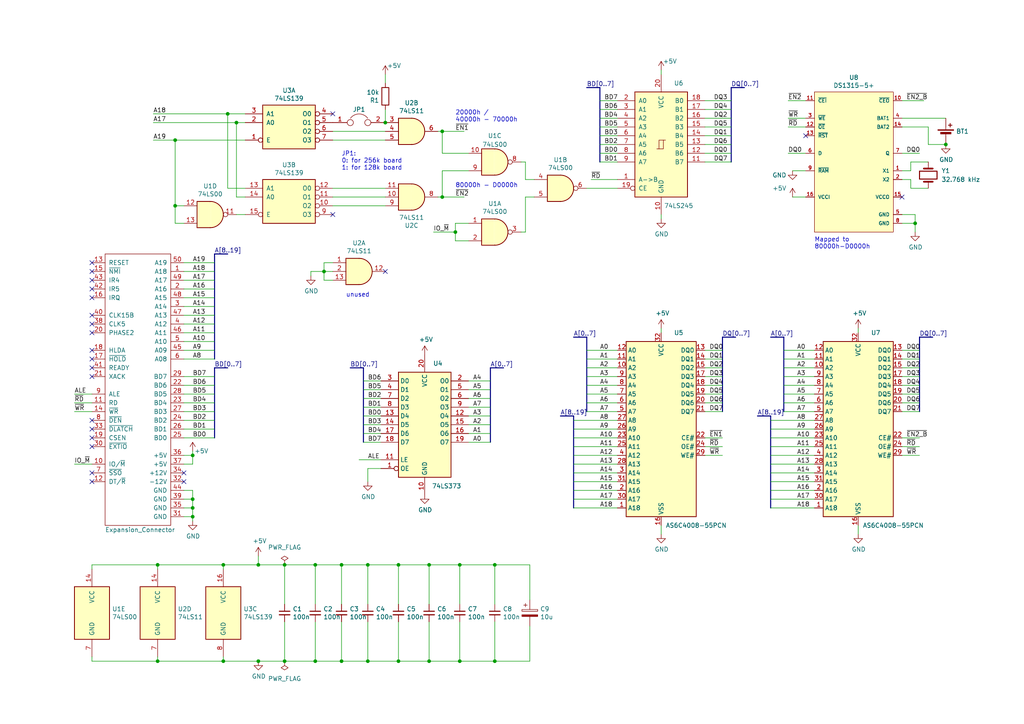
<source format=kicad_sch>
(kicad_sch (version 20230121) (generator eeschema)
  (paper "A4")
  (title_block (title "Victor 9000 RAM Expansion") (rev "v02") (comment 4 "by Florian Reitz"))
  (junction (at 55.88 147.32))
  (junction (at 68.58 35.56))
  (junction (at 143.51 163.83))
  (junction (at 265.43 64.77))
  (junction (at 111.76 35.56))
  (junction (at 45.72 191.77))
  (junction (at 55.88 144.78))
  (junction (at 64.77 163.83))
  (junction (at 143.51 191.77))
  (junction (at 82.55 191.77))
  (junction (at 91.44 163.83))
  (junction (at 55.88 149.86))
  (junction (at 106.68 163.83))
  (junction (at 124.46 163.83))
  (junction (at 133.35 191.77))
  (junction (at 50.8 59.69))
  (junction (at 132.08 67.31))
  (junction (at 91.44 191.77))
  (junction (at 128.27 38.1))
  (junction (at 64.77 191.77))
  (junction (at 66.04 33.02))
  (junction (at 45.72 163.83))
  (junction (at 82.55 163.83))
  (junction (at 128.27 57.15))
  (junction (at 50.8 40.64))
  (junction (at 55.88 132.08))
  (junction (at 106.68 191.77))
  (junction (at 115.57 191.77))
  (junction (at 74.93 191.77))
  (junction (at 124.46 191.77))
  (junction (at 93.98 78.74))
  (junction (at 74.93 163.83))
  (junction (at 115.57 163.83))
  (junction (at 99.06 163.83))
  (junction (at 133.35 163.83))
  (junction (at 274.32 41.91))
  (junction (at 99.06 191.77))
  (no_connect (at 26.67 93.98))
  (no_connect (at 96.52 62.23))
  (no_connect (at 26.67 124.46))
  (no_connect (at 26.67 129.54))
  (no_connect (at 233.68 39.37))
  (no_connect (at 26.67 78.74))
  (no_connect (at 26.67 83.82))
  (no_connect (at 26.67 106.68))
  (no_connect (at 26.67 76.2))
  (no_connect (at 26.67 104.14))
  (no_connect (at 26.67 139.7))
  (no_connect (at 26.67 127))
  (no_connect (at 26.67 121.92))
  (no_connect (at 26.67 101.6))
  (no_connect (at 111.76 78.74))
  (no_connect (at 26.67 137.16))
  (no_connect (at 261.62 57.15))
  (no_connect (at 26.67 96.52))
  (no_connect (at 96.52 33.02))
  (no_connect (at 26.67 86.36))
  (no_connect (at 53.34 139.7))
  (no_connect (at 53.34 137.16))
  (no_connect (at 26.67 91.44))
  (no_connect (at 26.67 109.22))
  (no_connect (at 26.67 81.28))
  (wire (pts (xy 53.34 127) (xy 62.23 127)))
  (wire (pts (xy 236.22 144.78) (xy 223.52 144.78)))
  (wire (pts (xy 110.49 133.35) (xy 104.14 133.35)))
  (wire (pts (xy 128.27 57.15) (xy 134.62 57.15)))
  (wire (pts (xy 179.07 41.91) (xy 173.99 41.91)))
  (wire (pts (xy 110.49 110.49) (xy 105.41 110.49)))
  (wire (pts (xy 135.89 118.11) (xy 142.24 118.11)))
  (wire (pts (xy 236.22 139.7) (xy 223.52 139.7)))
  (wire (pts (xy 233.68 34.29) (xy 228.6 34.29)))
  (wire (pts (xy 204.47 109.22) (xy 209.55 109.22)))
  (wire (pts (xy 53.34 91.44) (xy 62.23 91.44)))
  (wire (pts (xy 248.92 95.25) (xy 248.92 96.52)))
  (wire (pts (xy 261.62 114.3) (xy 266.7 114.3)))
  (wire (pts (xy 191.77 20.32) (xy 191.77 21.59)))
  (wire (pts (xy 236.22 129.54) (xy 223.52 129.54)))
  (wire (pts (xy 68.58 57.15) (xy 71.12 57.15)))
  (wire (pts (xy 261.62 34.29) (xy 274.32 34.29)))
  (wire (pts (xy 179.07 124.46) (xy 166.37 124.46)))
  (wire (pts (xy 179.07 132.08) (xy 166.37 132.08)))
  (wire (pts (xy 53.34 88.9) (xy 62.23 88.9)))
  (wire (pts (xy 264.16 54.61) (xy 269.24 54.61)))
  (wire (pts (xy 99.06 163.83) (xy 106.68 163.83)))
  (wire (pts (xy 115.57 191.77) (xy 124.46 191.77)))
  (wire (pts (xy 179.07 127) (xy 166.37 127)))
  (wire (pts (xy 26.67 163.83) (xy 45.72 163.83)))
  (wire (pts (xy 236.22 101.6) (xy 227.33 101.6)))
  (wire (pts (xy 233.68 44.45) (xy 228.6 44.45)))
  (wire (pts (xy 96.52 59.69) (xy 111.76 59.69)))
  (wire (pts (xy 204.47 44.45) (xy 212.09 44.45)))
  (wire (pts (xy 179.07 34.29) (xy 173.99 34.29)))
  (wire (pts (xy 127 38.1) (xy 128.27 38.1)))
  (wire (pts (xy 135.89 128.27) (xy 142.24 128.27)))
  (wire (pts (xy 236.22 147.32) (xy 223.52 147.32)))
  (wire (pts (xy 71.12 33.02) (xy 66.04 33.02)))
  (wire (pts (xy 64.77 165.1) (xy 64.77 163.83)))
  (wire (pts (xy 91.44 180.34) (xy 91.44 191.77)))
  (wire (pts (xy 261.62 109.22) (xy 266.7 109.22)))
  (wire (pts (xy 179.07 36.83) (xy 173.99 36.83)))
  (wire (pts (xy 236.22 119.38) (xy 227.33 119.38)))
  (wire (pts (xy 74.93 163.83) (xy 82.55 163.83)))
  (wire (pts (xy 204.47 36.83) (xy 212.09 36.83)))
  (wire (pts (xy 264.16 49.53) (xy 264.16 46.99)))
  (wire (pts (xy 179.07 39.37) (xy 173.99 39.37)))
  (wire (pts (xy 90.17 78.74) (xy 93.98 78.74)))
  (wire (pts (xy 110.49 135.89) (xy 106.68 135.89)))
  (wire (pts (xy 91.44 163.83) (xy 99.06 163.83)))
  (wire (pts (xy 261.62 62.23) (xy 265.43 62.23)))
  (wire (pts (xy 236.22 142.24) (xy 223.52 142.24)))
  (wire (pts (xy 53.34 99.06) (xy 62.23 99.06)))
  (wire (pts (xy 53.34 116.84) (xy 62.23 116.84)))
  (wire (pts (xy 53.34 78.74) (xy 62.23 78.74)))
  (wire (pts (xy 111.76 31.75) (xy 111.76 35.56)))
  (wire (pts (xy 179.07 31.75) (xy 173.99 31.75)))
  (wire (pts (xy 236.22 132.08) (xy 223.52 132.08)))
  (wire (pts (xy 269.24 41.91) (xy 274.32 41.91)))
  (wire (pts (xy 179.07 129.54) (xy 166.37 129.54)))
  (wire (pts (xy 26.67 165.1) (xy 26.67 163.83)))
  (wire (pts (xy 128.27 49.53) (xy 135.89 49.53)))
  (wire (pts (xy 204.47 29.21) (xy 212.09 29.21)))
  (wire (pts (xy 265.43 64.77) (xy 265.43 67.31)))
  (wire (pts (xy 179.07 142.24) (xy 166.37 142.24)))
  (wire (pts (xy 106.68 135.89) (xy 106.68 139.7)))
  (wire (pts (xy 179.07 139.7) (xy 166.37 139.7)))
  (wire (pts (xy 154.94 52.07) (xy 152.4 52.07)))
  (wire (pts (xy 45.72 165.1) (xy 45.72 163.83)))
  (bus (pts (xy 270.51 97.79) (xy 266.7 97.79)))
  (wire (pts (xy 154.94 57.15) (xy 152.4 57.15)))
  (wire (pts (xy 53.34 121.92) (xy 62.23 121.92)))
  (wire (pts (xy 96.52 54.61) (xy 111.76 54.61)))
  (wire (pts (xy 53.34 149.86) (xy 55.88 149.86)))
  (wire (pts (xy 110.49 120.65) (xy 105.41 120.65)))
  (wire (pts (xy 143.51 175.26) (xy 143.51 163.83)))
  (bus (pts (xy 266.7 97.79) (xy 266.7 119.38)))
  (wire (pts (xy 110.49 125.73) (xy 105.41 125.73)))
  (wire (pts (xy 135.89 115.57) (xy 142.24 115.57)))
  (wire (pts (xy 110.49 118.11) (xy 105.41 118.11)))
  (wire (pts (xy 152.4 67.31) (xy 151.13 67.31)))
  (bus (pts (xy 223.52 97.79) (xy 227.33 97.79)))
  (wire (pts (xy 50.8 40.64) (xy 50.8 59.69)))
  (wire (pts (xy 204.47 114.3) (xy 209.55 114.3)))
  (wire (pts (xy 74.93 191.77) (xy 82.55 191.77)))
  (wire (pts (xy 68.58 62.23) (xy 71.12 62.23)))
  (wire (pts (xy 115.57 163.83) (xy 124.46 163.83)))
  (wire (pts (xy 261.62 36.83) (xy 269.24 36.83)))
  (wire (pts (xy 96.52 76.2) (xy 93.98 76.2)))
  (wire (pts (xy 152.4 46.99) (xy 151.13 46.99)))
  (wire (pts (xy 261.62 129.54) (xy 266.7 129.54)))
  (bus (pts (xy 101.6 106.68) (xy 105.41 106.68)))
  (wire (pts (xy 261.62 106.68) (xy 266.7 106.68)))
  (wire (pts (xy 265.43 62.23) (xy 265.43 64.77)))
  (wire (pts (xy 204.47 34.29) (xy 212.09 34.29)))
  (wire (pts (xy 191.77 95.25) (xy 191.77 96.52)))
  (wire (pts (xy 204.47 106.68) (xy 209.55 106.68)))
  (wire (pts (xy 21.59 119.38) (xy 26.67 119.38)))
  (wire (pts (xy 128.27 38.1) (xy 134.62 38.1)))
  (wire (pts (xy 261.62 64.77) (xy 265.43 64.77)))
  (wire (pts (xy 99.06 175.26) (xy 99.06 163.83)))
  (wire (pts (xy 53.34 119.38) (xy 62.23 119.38)))
  (wire (pts (xy 44.45 35.56) (xy 68.58 35.56)))
  (wire (pts (xy 204.47 116.84) (xy 209.55 116.84)))
  (wire (pts (xy 170.18 54.61) (xy 179.07 54.61)))
  (wire (pts (xy 53.34 93.98) (xy 62.23 93.98)))
  (wire (pts (xy 55.88 147.32) (xy 55.88 149.86)))
  (wire (pts (xy 152.4 52.07) (xy 152.4 46.99)))
  (wire (pts (xy 236.22 137.16) (xy 223.52 137.16)))
  (wire (pts (xy 204.47 31.75) (xy 212.09 31.75)))
  (wire (pts (xy 135.89 125.73) (xy 142.24 125.73)))
  (wire (pts (xy 82.55 163.83) (xy 91.44 163.83)))
  (wire (pts (xy 133.35 163.83) (xy 133.35 175.26)))
  (wire (pts (xy 261.62 49.53) (xy 264.16 49.53)))
  (wire (pts (xy 45.72 190.5) (xy 45.72 191.77)))
  (wire (pts (xy 124.46 191.77) (xy 133.35 191.77)))
  (wire (pts (xy 55.88 132.08) (xy 55.88 130.81)))
  (wire (pts (xy 106.68 180.34) (xy 106.68 191.77)))
  (bus (pts (xy 213.36 97.79) (xy 209.55 97.79)))
  (wire (pts (xy 50.8 59.69) (xy 53.34 59.69)))
  (wire (pts (xy 53.34 142.24) (xy 55.88 142.24)))
  (wire (pts (xy 236.22 116.84) (xy 227.33 116.84)))
  (wire (pts (xy 68.58 35.56) (xy 68.58 57.15)))
  (wire (pts (xy 261.62 111.76) (xy 266.7 111.76)))
  (wire (pts (xy 179.07 137.16) (xy 166.37 137.16)))
  (wire (pts (xy 179.07 114.3) (xy 170.18 114.3)))
  (wire (pts (xy 53.34 124.46) (xy 62.23 124.46)))
  (wire (pts (xy 264.16 52.07) (xy 264.16 54.61)))
  (wire (pts (xy 261.62 101.6) (xy 266.7 101.6)))
  (bus (pts (xy 212.09 46.99) (xy 212.09 25.4)))
  (wire (pts (xy 261.62 132.08) (xy 266.7 132.08)))
  (bus (pts (xy 219.71 120.65) (xy 223.52 120.65)))
  (wire (pts (xy 99.06 191.77) (xy 106.68 191.77)))
  (wire (pts (xy 128.27 44.45) (xy 135.89 44.45)))
  (wire (pts (xy 90.17 78.74) (xy 90.17 80.01)))
  (wire (pts (xy 110.49 128.27) (xy 105.41 128.27)))
  (bus (pts (xy 173.99 25.4) (xy 173.99 46.99)))
  (wire (pts (xy 71.12 40.64) (xy 50.8 40.64)))
  (wire (pts (xy 143.51 163.83) (xy 133.35 163.83)))
  (wire (pts (xy 229.87 49.53) (xy 233.68 49.53)))
  (wire (pts (xy 204.47 46.99) (xy 212.09 46.99)))
  (wire (pts (xy 132.08 67.31) (xy 132.08 69.85)))
  (bus (pts (xy 105.41 106.68) (xy 105.41 128.27)))
  (bus (pts (xy 166.37 120.65) (xy 166.37 147.32)))
  (wire (pts (xy 55.88 134.62) (xy 55.88 132.08)))
  (wire (pts (xy 236.22 127) (xy 223.52 127)))
  (wire (pts (xy 21.59 116.84) (xy 26.67 116.84)))
  (wire (pts (xy 64.77 191.77) (xy 74.93 191.77)))
  (wire (pts (xy 179.07 101.6) (xy 170.18 101.6)))
  (wire (pts (xy 82.55 175.26) (xy 82.55 163.83)))
  (wire (pts (xy 204.47 119.38) (xy 209.55 119.38)))
  (wire (pts (xy 110.49 123.19) (xy 105.41 123.19)))
  (wire (pts (xy 64.77 190.5) (xy 64.77 191.77)))
  (wire (pts (xy 191.77 152.4) (xy 191.77 154.94)))
  (wire (pts (xy 179.07 44.45) (xy 173.99 44.45)))
  (wire (pts (xy 204.47 127) (xy 209.55 127)))
  (wire (pts (xy 135.89 123.19) (xy 142.24 123.19)))
  (bus (pts (xy 170.18 25.4) (xy 173.99 25.4)))
  (wire (pts (xy 236.22 124.46) (xy 223.52 124.46)))
  (wire (pts (xy 261.62 127) (xy 266.7 127)))
  (wire (pts (xy 96.52 81.28) (xy 93.98 81.28)))
  (wire (pts (xy 96.52 57.15) (xy 111.76 57.15)))
  (bus (pts (xy 162.56 120.65) (xy 166.37 120.65)))
  (wire (pts (xy 132.08 64.77) (xy 132.08 67.31)))
  (wire (pts (xy 53.34 81.28) (xy 62.23 81.28)))
  (wire (pts (xy 53.34 83.82) (xy 62.23 83.82)))
  (wire (pts (xy 82.55 180.34) (xy 82.55 191.77)))
  (wire (pts (xy 66.04 33.02) (xy 66.04 54.61)))
  (wire (pts (xy 179.07 121.92) (xy 166.37 121.92)))
  (wire (pts (xy 106.68 191.77) (xy 115.57 191.77)))
  (bus (pts (xy 146.05 106.68) (xy 142.24 106.68)))
  (wire (pts (xy 124.46 175.26) (xy 124.46 163.83)))
  (bus (pts (xy 170.18 97.79) (xy 170.18 119.38)))
  (wire (pts (xy 96.52 38.1) (xy 111.76 38.1)))
  (wire (pts (xy 204.47 104.14) (xy 209.55 104.14)))
  (bus (pts (xy 62.23 73.66) (xy 62.23 104.14)))
  (wire (pts (xy 179.07 46.99) (xy 173.99 46.99)))
  (wire (pts (xy 135.89 64.77) (xy 132.08 64.77)))
  (wire (pts (xy 91.44 191.77) (xy 99.06 191.77)))
  (wire (pts (xy 204.47 132.08) (xy 209.55 132.08)))
  (wire (pts (xy 53.34 96.52) (xy 62.23 96.52)))
  (wire (pts (xy 53.34 86.36) (xy 62.23 86.36)))
  (wire (pts (xy 53.34 144.78) (xy 55.88 144.78)))
  (wire (pts (xy 44.45 33.02) (xy 66.04 33.02)))
  (wire (pts (xy 93.98 81.28) (xy 93.98 78.74)))
  (bus (pts (xy 66.04 106.68) (xy 62.23 106.68)))
  (wire (pts (xy 143.51 180.34) (xy 143.51 191.77)))
  (wire (pts (xy 152.4 57.15) (xy 152.4 67.31)))
  (wire (pts (xy 179.07 119.38) (xy 170.18 119.38)))
  (wire (pts (xy 26.67 190.5) (xy 26.67 191.77)))
  (wire (pts (xy 53.34 76.2) (xy 62.23 76.2)))
  (bus (pts (xy 209.55 97.79) (xy 209.55 119.38)))
  (wire (pts (xy 44.45 40.64) (xy 50.8 40.64)))
  (wire (pts (xy 236.22 111.76) (xy 227.33 111.76)))
  (wire (pts (xy 96.52 40.64) (xy 111.76 40.64)))
  (wire (pts (xy 248.92 152.4) (xy 248.92 154.94)))
  (wire (pts (xy 74.93 161.29) (xy 74.93 163.83)))
  (wire (pts (xy 128.27 38.1) (xy 128.27 44.45)))
  (wire (pts (xy 133.35 191.77) (xy 133.35 180.34)))
  (wire (pts (xy 26.67 114.3) (xy 21.59 114.3)))
  (bus (pts (xy 142.24 106.68) (xy 142.24 128.27)))
  (wire (pts (xy 171.45 52.07) (xy 179.07 52.07)))
  (wire (pts (xy 111.76 21.59) (xy 111.76 24.13)))
  (wire (pts (xy 153.67 181.61) (xy 153.67 191.77)))
  (wire (pts (xy 236.22 121.92) (xy 223.52 121.92)))
  (wire (pts (xy 127 57.15) (xy 128.27 57.15)))
  (wire (pts (xy 66.04 54.61) (xy 71.12 54.61)))
  (wire (pts (xy 106.68 175.26) (xy 106.68 163.83)))
  (wire (pts (xy 236.22 114.3) (xy 227.33 114.3)))
  (wire (pts (xy 115.57 175.26) (xy 115.57 163.83)))
  (wire (pts (xy 135.89 110.49) (xy 142.24 110.49)))
  (wire (pts (xy 179.07 111.76) (xy 170.18 111.76)))
  (wire (pts (xy 236.22 104.14) (xy 227.33 104.14)))
  (wire (pts (xy 125.73 67.31) (xy 132.08 67.31)))
  (wire (pts (xy 124.46 180.34) (xy 124.46 191.77)))
  (wire (pts (xy 153.67 163.83) (xy 143.51 163.83)))
  (wire (pts (xy 261.62 29.21) (xy 267.97 29.21)))
  (bus (pts (xy 212.09 25.4) (xy 215.9 25.4)))
  (wire (pts (xy 204.47 39.37) (xy 212.09 39.37)))
  (wire (pts (xy 179.07 134.62) (xy 166.37 134.62)))
  (wire (pts (xy 236.22 106.68) (xy 227.33 106.68)))
  (wire (pts (xy 179.07 147.32) (xy 166.37 147.32)))
  (wire (pts (xy 204.47 41.91) (xy 212.09 41.91)))
  (wire (pts (xy 53.34 101.6) (xy 62.23 101.6)))
  (wire (pts (xy 204.47 111.76) (xy 209.55 111.76)))
  (wire (pts (xy 179.07 29.21) (xy 173.99 29.21)))
  (wire (pts (xy 55.88 144.78) (xy 55.88 147.32)))
  (wire (pts (xy 128.27 57.15) (xy 128.27 49.53)))
  (wire (pts (xy 229.87 57.15) (xy 233.68 57.15)))
  (wire (pts (xy 261.62 116.84) (xy 266.7 116.84)))
  (wire (pts (xy 99.06 180.34) (xy 99.06 191.77)))
  (wire (pts (xy 236.22 109.22) (xy 227.33 109.22)))
  (wire (pts (xy 106.68 163.83) (xy 115.57 163.83)))
  (wire (pts (xy 179.07 144.78) (xy 166.37 144.78)))
  (wire (pts (xy 261.62 52.07) (xy 264.16 52.07)))
  (bus (pts (xy 166.37 97.79) (xy 170.18 97.79)))
  (wire (pts (xy 179.07 116.84) (xy 170.18 116.84)))
  (wire (pts (xy 233.68 36.83) (xy 228.6 36.83)))
  (wire (pts (xy 26.67 134.62) (xy 21.59 134.62)))
  (wire (pts (xy 261.62 104.14) (xy 266.7 104.14)))
  (wire (pts (xy 261.62 119.38) (xy 266.7 119.38)))
  (wire (pts (xy 53.34 109.22) (xy 62.23 109.22)))
  (wire (pts (xy 179.07 104.14) (xy 170.18 104.14)))
  (wire (pts (xy 110.49 113.03) (xy 105.41 113.03)))
  (wire (pts (xy 53.34 111.76) (xy 62.23 111.76)))
  (wire (pts (xy 115.57 180.34) (xy 115.57 191.77)))
  (wire (pts (xy 204.47 101.6) (xy 209.55 101.6)))
  (wire (pts (xy 55.88 149.86) (xy 55.88 151.13)))
  (wire (pts (xy 133.35 191.77) (xy 143.51 191.77)))
  (wire (pts (xy 55.88 142.24) (xy 55.88 144.78)))
  (wire (pts (xy 93.98 76.2) (xy 93.98 78.74)))
  (bus (pts (xy 227.33 97.79) (xy 227.33 119.38)))
  (wire (pts (xy 135.89 120.65) (xy 142.24 120.65)))
  (wire (pts (xy 135.89 113.03) (xy 142.24 113.03)))
  (wire (pts (xy 26.67 191.77) (xy 45.72 191.77)))
  (wire (pts (xy 179.07 109.22) (xy 170.18 109.22)))
  (wire (pts (xy 132.08 69.85) (xy 135.89 69.85)))
  (wire (pts (xy 53.34 147.32) (xy 55.88 147.32)))
  (wire (pts (xy 53.34 132.08) (xy 55.88 132.08)))
  (wire (pts (xy 50.8 59.69) (xy 50.8 64.77)))
  (wire (pts (xy 93.98 78.74) (xy 96.52 78.74)))
  (wire (pts (xy 124.46 163.83) (xy 133.35 163.83)))
  (wire (pts (xy 53.34 114.3) (xy 62.23 114.3)))
  (wire (pts (xy 261.62 44.45) (xy 266.7 44.45)))
  (wire (pts (xy 236.22 134.62) (xy 223.52 134.62)))
  (bus (pts (xy 223.52 120.65) (xy 223.52 147.32)))
  (wire (pts (xy 269.24 36.83) (xy 269.24 41.91)))
  (wire (pts (xy 82.55 191.77) (xy 91.44 191.77)))
  (wire (pts (xy 45.72 163.83) (xy 64.77 163.83)))
  (wire (pts (xy 143.51 191.77) (xy 153.67 191.77)))
  (wire (pts (xy 45.72 191.77) (xy 64.77 191.77)))
  (wire (pts (xy 204.47 129.54) (xy 209.55 129.54)))
  (wire (pts (xy 53.34 104.14) (xy 62.23 104.14)))
  (wire (pts (xy 233.68 29.21) (xy 228.6 29.21)))
  (wire (pts (xy 153.67 173.99) (xy 153.67 163.83)))
  (wire (pts (xy 179.07 106.68) (xy 170.18 106.68)))
  (wire (pts (xy 91.44 175.26) (xy 91.44 163.83)))
  (wire (pts (xy 50.8 64.77) (xy 53.34 64.77)))
  (wire (pts (xy 53.34 134.62) (xy 55.88 134.62)))
  (bus (pts (xy 62.23 106.68) (xy 62.23 127)))
  (bus (pts (xy 66.04 73.66) (xy 62.23 73.66)))
  (wire (pts (xy 264.16 46.99) (xy 269.24 46.99)))
  (wire (pts (xy 71.12 35.56) (xy 68.58 35.56)))
  (wire (pts (xy 110.49 115.57) (xy 105.41 115.57)))
  (wire (pts (xy 64.77 163.83) (xy 74.93 163.83)))
  (wire (pts (xy 191.77 62.23) (xy 191.77 63.5)))
  (text "unused" (at 100.33 86.36 0) (effects (font (size 1.27 1.27)) (justify left bottom)))
  (text "80000h - D0000h" (at 132.08 54.61 0) (effects (font (size 1.27 1.27)) (justify left bottom)))
  (text "JP1:\n0: for 256k board\n1: for 128k board" (at 99.06 49.53 0) (effects (font (size 1.27 1.27)) (justify left bottom)))
  (text "20000h /\n40000h - 70000h" (at 132.08 35.56 0) (effects (font (size 1.27 1.27)) (justify left bottom)))
  (text "Mapped to \n80000h-D0000h" (at 236.22 72.39 0) (effects (font (size 1.27 1.27)) (justify left bottom)))
  (label "BD3" (at 55.88 119.38 0))
  (label "BD1" (at 175.26 46.99 0))
  (label "~{WR}" (at 262.89 132.08 0))
  (label "A3" (at 173.99 109.22 0))
  (label "DQ4" (at 262.89 111.76 0))
  (label "DQ4" (at 207.01 31.75 0))
  (label "BD1" (at 55.88 124.46 0))
  (label "A3" (at 231.14 109.22 0))
  (label "A4" (at 231.14 111.76 0))
  (label "A17" (at 231.14 144.78 0))
  (label "DQ3" (at 207.01 29.21 0))
  (label "~{WR}" (at 228.6 34.29 0))
  (label "A7" (at 231.14 119.38 0))
  (label "DQ7" (at 262.89 119.38 0))
  (label "BD4" (at 175.26 34.29 0))
  (label "A8" (at 231.14 121.92 0))
  (label "A4" (at 137.16 110.49 0))
  (label "A[0..7]" (at 223.52 97.79 0))
  (label "A7" (at 173.99 119.38 0))
  (label "BD[0..7]" (at 62.23 106.68 0))
  (label "A19" (at 55.88 76.2 0))
  (label "A[0..7]" (at 166.37 97.79 0))
  (label "DQ2" (at 262.89 106.68 0))
  (label "A5" (at 231.14 114.3 0))
  (label "A[8..19]" (at 219.71 120.65 0))
  (label "BD5" (at 175.26 36.83 0))
  (label "A17" (at 44.45 35.56 0))
  (label "A[0..7]" (at 142.24 106.68 0))
  (label "A1" (at 173.99 104.14 0))
  (label "BD2" (at 175.26 41.91 0))
  (label "A7" (at 137.16 118.11 0))
  (label "DQ1" (at 207.01 39.37 0))
  (label "DQ[0..7]" (at 209.55 97.79 0))
  (label "A6" (at 231.14 116.84 0))
  (label "BD[0..7]" (at 101.6 106.68 0))
  (label "A10" (at 231.14 127 0))
  (label "DQ[0..7]" (at 212.09 25.4 0))
  (label "DQ0" (at 207.01 44.45 0))
  (label "A9" (at 231.14 124.46 0))
  (label "A12" (at 55.88 93.98 0))
  (label "A6" (at 173.99 116.84 0))
  (label "BD[0..7]" (at 170.18 25.4 0))
  (label "BD3" (at 175.26 39.37 0))
  (label "BD5" (at 106.68 113.03 0))
  (label "DQ[0..7]" (at 266.7 97.79 0))
  (label "A2" (at 173.99 106.68 0))
  (label "A16" (at 55.88 83.82 0))
  (label "A5" (at 173.99 114.3 0))
  (label "A13" (at 231.14 134.62 0))
  (label "A14" (at 55.88 88.9 0))
  (label "A0" (at 173.99 101.6 0))
  (label "DQ3" (at 262.89 109.22 0))
  (label "A10" (at 173.99 127 0))
  (label "DQ7" (at 205.74 119.38 0))
  (label "BD4" (at 55.88 116.84 0))
  (label "DQ5" (at 262.89 114.3 0))
  (label "A8" (at 55.88 104.14 0))
  (label "A16" (at 173.99 142.24 0))
  (label "BD0" (at 55.88 127 0))
  (label "A3" (at 137.16 120.65 0))
  (label "A18" (at 55.88 78.74 0))
  (label "A8" (at 173.99 121.92 0))
  (label "A11" (at 231.14 129.54 0))
  (label "A17" (at 55.88 81.28 0))
  (label "A2" (at 231.14 106.68 0))
  (label "ALE" (at 106.68 133.35 0))
  (label "DQ0" (at 205.74 101.6 0))
  (label "BD6" (at 106.68 110.49 0))
  (label "A1" (at 231.14 104.14 0))
  (label "~{RD}" (at 262.89 129.54 0))
  (label "BD0" (at 106.68 120.65 0))
  (label "BD7" (at 175.26 29.21 0))
  (label "A15" (at 173.99 139.7 0))
  (label "DQ2" (at 207.01 34.29 0))
  (label "A[8..19]" (at 162.56 120.65 0))
  (label "A10" (at 55.88 99.06 0))
  (label "A15" (at 231.14 139.7 0))
  (label "A13" (at 173.99 134.62 0))
  (label "A9" (at 173.99 124.46 0))
  (label "~{EN1}" (at 205.74 127 0))
  (label "DQ1" (at 262.89 104.14 0))
  (label "~{WR}" (at 21.59 119.38 0))
  (label "BD6" (at 175.26 31.75 0))
  (label "A18" (at 231.14 147.32 0))
  (label "~{RD}" (at 21.59 116.84 0))
  (label "DQ6" (at 207.01 41.91 0))
  (label "A18" (at 173.99 147.32 0))
  (label "A14" (at 173.99 137.16 0))
  (label "BD7" (at 106.68 128.27 0))
  (label "DQ6" (at 205.74 116.84 0))
  (label "~{WR}" (at 205.74 132.08 0))
  (label "A11" (at 55.88 96.52 0))
  (label "DQ2" (at 205.74 106.68 0))
  (label "BD3" (at 106.68 123.19 0))
  (label "IO_~{M}" (at 125.73 67.31 0))
  (label "DQ4" (at 205.74 111.76 0))
  (label "A13" (at 55.88 91.44 0))
  (label "BD7" (at 55.88 109.22 0))
  (label "A14" (at 231.14 137.16 0))
  (label "A2" (at 137.16 123.19 0))
  (label "A17" (at 173.99 144.78 0))
  (label "~{EN2_B}" (at 262.89 127 0))
  (label "DQ5" (at 207.01 36.83 0))
  (label "A1" (at 137.16 125.73 0))
  (label "A5" (at 137.16 113.03 0))
  (label "~{EN1}" (at 132.08 38.1 0))
  (label "~{EN2}" (at 228.6 29.21 0))
  (label "DQ0" (at 262.89 101.6 0))
  (label "IO_~{M}" (at 21.59 134.62 0))
  (label "A4" (at 173.99 111.76 0))
  (label "A16" (at 231.14 142.24 0))
  (label "BD5" (at 55.88 114.3 0))
  (label "A15" (at 55.88 86.36 0))
  (label "A9" (at 55.88 101.6 0))
  (label "BD2" (at 106.68 115.57 0))
  (label "DQ7" (at 207.01 46.99 0))
  (label "A12" (at 231.14 132.08 0))
  (label "BD1" (at 106.68 118.11 0))
  (label "A19" (at 44.45 40.64 0))
  (label "A11" (at 173.99 129.54 0))
  (label "BD2" (at 55.88 121.92 0))
  (label "A18" (at 44.45 33.02 0))
  (label "BD4" (at 106.68 125.73 0))
  (label "ALE" (at 21.59 114.3 0))
  (label "~{RD}" (at 205.74 129.54 0))
  (label "A0" (at 231.14 101.6 0))
  (label "DQ0" (at 228.6 44.45 0))
  (label "DQ5" (at 205.74 114.3 0))
  (label "~{RD}" (at 228.6 36.83 0))
  (label "BD6" (at 55.88 111.76 0))
  (label "~{RD}" (at 171.45 52.07 0))
  (label "A0" (at 137.16 128.27 0))
  (label "DQ1" (at 205.74 104.14 0))
  (label "DQ3" (at 205.74 109.22 0))
  (label "DQ6" (at 262.89 116.84 0))
  (label "BD0" (at 175.26 44.45 0))
  (label "~{EN2_B}" (at 262.89 29.21 0))
  (label "~{EN2}" (at 132.08 57.15 0))
  (label "A[8..19]" (at 62.23 73.66 0))
  (label "A6" (at 137.16 115.57 0))
  (label "DQ0" (at 262.89 44.45 0))
  (label "A12" (at 173.99 132.08 0))
  (symbol (lib_id "74xx:74LS139") (at 83.82 35.56 0) (unit 1)
    (property "Reference" "U3" (at 83.82 26.2382 0))
    (property "Value" "74LS139" (at 83.82 28.5496 0))
    (property "Footprint" "Package_DIP:DIP-16_W7.62mm" (effects hide))
    (property "Datasheet" "http://www.ti.com/lit/ds/symlink/sn74ls139a.pdf" (effects hide))
  )
  (symbol (lib_id "74xx:74LS139") (at 83.82 57.15 0) (unit 2)
    (property "Reference" "U3" (at 83.82 47.8282 0))
    (property "Value" "74LS139" (at 83.82 50.1396 0))
    (property "Footprint" "Package_DIP:DIP-16_W7.62mm" (effects hide))
    (property "Datasheet" "http://www.ti.com/lit/ds/symlink/sn74ls139a.pdf" (effects hide))
  )
  (symbol (lib_id "74xx:74LS11") (at 119.38 38.1 0) (unit 2)
    (property "Reference" "U2" (at 119.38 29.845 0))
    (property "Value" "74LS11" (at 119.38 32.1564 0))
    (property "Footprint" "Package_DIP:DIP-14_W7.62mm" (effects hide))
    (property "Datasheet" "http://www.ti.com/lit/gpn/sn74LS11" (effects hide))
  )
  (symbol (lib_id "74xx:74LS11") (at 119.38 57.15 0) (mirror x) (unit 3)
    (property "Reference" "U2" (at 119.38 65.405 0))
    (property "Value" "74LS11" (at 119.38 63.0936 0))
    (property "Footprint" "Package_DIP:DIP-14_W7.62mm" (effects hide))
    (property "Datasheet" "http://www.ti.com/lit/gpn/sn74LS11" (effects hide))
  )
  (symbol (lib_id "74xx:74LS11") (at 104.14 78.74 0) (unit 1)
    (property "Reference" "U2" (at 104.14 70.485 0))
    (property "Value" "74LS11" (at 104.14 72.7964 0))
    (property "Footprint" "Package_DIP:DIP-14_W7.62mm" (effects hide))
    (property "Datasheet" "http://www.ti.com/lit/gpn/sn74LS11" (effects hide))
  )
  (symbol (lib_id "74xx:74LS00") (at 143.51 46.99 0) (mirror x) (unit 3)
    (property "Reference" "U1" (at 143.51 39.37 0))
    (property "Value" "74LS00" (at 143.51 41.91 0))
    (property "Footprint" "Package_DIP:DIP-14_W7.62mm" (effects hide))
    (property "Datasheet" "http://www.ti.com/lit/gpn/sn74ls00" (effects hide))
  )
  (symbol (lib_id "74xx:74LS00") (at 162.56 54.61 0) (unit 2)
    (property "Reference" "U1" (at 162.56 46.355 0))
    (property "Value" "74LS00" (at 162.56 48.6664 0))
    (property "Footprint" "Package_DIP:DIP-14_W7.62mm" (effects hide))
    (property "Datasheet" "http://www.ti.com/lit/gpn/sn74ls00" (effects hide))
  )
  (symbol (lib_id "74xx:74LS00") (at 143.51 67.31 0) (unit 1)
    (property "Reference" "U1" (at 143.51 59.055 0))
    (property "Value" "74LS00" (at 143.51 61.3664 0))
    (property "Footprint" "Package_DIP:DIP-14_W7.62mm" (effects hide))
    (property "Datasheet" "http://www.ti.com/lit/gpn/sn74ls00" (effects hide))
  )
  (symbol (lib_id "74xx:74LS00") (at 60.96 62.23 0) (unit 4)
    (property "Reference" "U1" (at 60.96 53.975 0))
    (property "Value" "74LS00" (at 60.96 56.2864 0))
    (property "Footprint" "Package_DIP:DIP-14_W7.62mm" (effects hide))
    (property "Datasheet" "http://www.ti.com/lit/gpn/sn74ls00" (effects hide))
  )
  (symbol (lib_id "74xx:74LS373") (at 123.19 123.19 0) (unit 1)
    (property "Reference" "U4" (at 127 105.41 0))
    (property "Value" "74LS373" (at 129.54 140.97 0))
    (property "Footprint" "Package_DIP:DIP-20_W7.62mm" (effects hide))
    (property "Datasheet" "http://www.ti.com/lit/gpn/sn74LS373" (effects hide))
  )
  (symbol (lib_id "74xx:74LS245") (at 191.77 41.91 0) (unit 1)
    (property "Reference" "U6" (at 196.85 24.13 0))
    (property "Value" "74LS245" (at 196.85 59.69 0))
    (property "Footprint" "Package_DIP:DIP-20_W7.62mm" (effects hide))
    (property "Datasheet" "http://www.ti.com/lit/gpn/sn74LS245" (effects hide))
  )
  (symbol (lib_id "Memory_RAM:AS6C4008-55PCN") (at 191.77 124.46 0) (unit 1)
    (property "Reference" "U5" (at 196.85 96.52 0))
    (property "Value" "AS6C4008-55PCN" (at 201.93 152.4 0))
    (property "Footprint" "Package_DIP:DIP-32_W15.24mm" (effects hide))
    (property "Datasheet" "https://www.alliancememory.com/wp-content/uploads/pdf/AS6C4008.pdf" (effects hide))
  )
  (symbol (lib_id "Device:R") (at 111.76 27.94 180) (unit 1)
    (property "Reference" "R1" (at 109.982 29.1084 0) (effects (justify left)))
    (property "Value" "10k" (at 109.982 26.797 0) (effects (justify left)))
    (property "Footprint" "Resistor_THT:R_Axial_DIN0207_L6.3mm_D2.5mm_P7.62mm_Horizontal" (effects hide))
  )
  (symbol (lib_id "Victor9000-RAM-Clock-rescue:Jumper-Device") (at 104.14 35.56 0) (unit 1)
    (property "Reference" "JP1" (at 104.14 31.75 0))
    (property "Value" "Jumper" (effects hide))
    (property "Footprint" "Connector_PinHeader_2.54mm:PinHeader_1x02_P2.54mm_Vertical" (effects hide))
  )
  (symbol (lib_id "power:+5V") (at 111.76 21.59 0) (unit 1)
    (property "Reference" "#PWR08" (effects hide))
    (property "Value" "+5V" (at 114.3 19.05 0))
  )
  (symbol (lib_id "power:+5V") (at 191.77 20.32 0) (unit 1)
    (property "Reference" "#PWR011" (effects hide))
    (property "Value" "+5V" (at 194.31 17.78 0))
  )
  (symbol (lib_id "power:+5V") (at 123.19 102.87 0) (unit 1)
    (property "Reference" "#PWR06" (effects hide))
    (property "Value" "+5V" (at 123.571 98.4758 0))
  )
  (symbol (lib_id "power:+5V") (at 191.77 95.25 0) (unit 1)
    (property "Reference" "#PWR09" (effects hide))
    (property "Value" "+5V" (at 192.151 90.8558 0))
  )
  (symbol (lib_id "power:GND") (at 123.19 143.51 0) (unit 1)
    (property "Reference" "#PWR07" (effects hide))
    (property "Value" "GND" (at 123.317 147.9042 0))
  )
  (symbol (lib_id "power:GND") (at 106.68 139.7 0) (unit 1)
    (property "Reference" "#PWR05" (effects hide))
    (property "Value" "GND" (at 106.807 144.0942 0))
  )
  (symbol (lib_id "power:GND") (at 74.93 191.77 0) (unit 1)
    (property "Reference" "#PWR04" (effects hide))
    (property "Value" "GND" (at 75.057 196.1642 0))
  )
  (symbol (lib_id "power:GND") (at 191.77 154.94 0) (unit 1)
    (property "Reference" "#PWR010" (effects hide))
    (property "Value" "GND" (at 191.897 159.3342 0))
  )
  (symbol (lib_id "power:GND") (at 191.77 63.5 0) (unit 1)
    (property "Reference" "#PWR012" (effects hide))
    (property "Value" "GND" (at 191.897 67.8942 0))
  )
  (symbol (lib_id "74xx:74LS00") (at 26.67 177.8 0) (unit 5)
    (property "Reference" "U1" (at 32.512 176.6316 0) (effects (justify left)))
    (property "Value" "74LS00" (at 32.512 178.943 0) (effects (justify left)))
    (property "Footprint" "Package_DIP:DIP-14_W7.62mm" (effects hide))
    (property "Datasheet" "http://www.ti.com/lit/gpn/sn74ls00" (effects hide))
  )
  (symbol (lib_id "74xx:74LS11") (at 45.72 177.8 0) (unit 4)
    (property "Reference" "U2" (at 51.562 176.6316 0) (effects (justify left)))
    (property "Value" "74LS11" (at 51.562 178.943 0) (effects (justify left)))
    (property "Footprint" "Package_DIP:DIP-14_W7.62mm" (effects hide))
    (property "Datasheet" "http://www.ti.com/lit/gpn/sn74LS11" (effects hide))
  )
  (symbol (lib_id "74xx:74LS139") (at 64.77 177.8 0) (unit 3)
    (property "Reference" "U3" (at 70.612 176.6316 0) (effects (justify left)))
    (property "Value" "74LS139" (at 70.612 178.943 0) (effects (justify left)))
    (property "Footprint" "Package_DIP:DIP-16_W7.62mm" (effects hide))
    (property "Datasheet" "http://www.ti.com/lit/ds/symlink/sn74ls139a.pdf" (effects hide))
  )
  (symbol (lib_id "Device:C_Small") (at 82.55 177.8 0) (unit 1)
    (property "Reference" "C1" (at 84.8868 176.6316 0) (effects (justify left)))
    (property "Value" "100n" (at 84.8868 178.943 0) (effects (justify left)))
    (property "Footprint" "Capacitor_THT:C_Disc_D5.0mm_W2.5mm_P2.50mm" (effects hide))
  )
  (symbol (lib_id "Device:C_Small") (at 91.44 177.8 0) (unit 1)
    (property "Reference" "C2" (at 93.7768 176.6316 0) (effects (justify left)))
    (property "Value" "100n" (at 93.7768 178.943 0) (effects (justify left)))
    (property "Footprint" "Capacitor_THT:C_Disc_D5.0mm_W2.5mm_P2.50mm" (effects hide))
  )
  (symbol (lib_id "Device:C_Small") (at 99.06 177.8 0) (unit 1)
    (property "Reference" "C3" (at 101.3968 176.6316 0) (effects (justify left)))
    (property "Value" "100n" (at 101.3968 178.943 0) (effects (justify left)))
    (property "Footprint" "Capacitor_THT:C_Disc_D5.0mm_W2.5mm_P2.50mm" (effects hide))
  )
  (symbol (lib_id "Device:C_Small") (at 106.68 177.8 0) (unit 1)
    (property "Reference" "C4" (at 109.0168 176.6316 0) (effects (justify left)))
    (property "Value" "100n" (at 109.0168 178.943 0) (effects (justify left)))
    (property "Footprint" "Capacitor_THT:C_Disc_D5.0mm_W2.5mm_P2.50mm" (effects hide))
  )
  (symbol (lib_id "Device:C_Small") (at 115.57 177.8 0) (unit 1)
    (property "Reference" "C5" (at 117.9068 176.6316 0) (effects (justify left)))
    (property "Value" "100n" (at 117.9068 178.943 0) (effects (justify left)))
    (property "Footprint" "Capacitor_THT:C_Disc_D5.0mm_W2.5mm_P2.50mm" (effects hide))
  )
  (symbol (lib_id "Device:C_Small") (at 124.46 177.8 0) (unit 1)
    (property "Reference" "C6" (at 126.7968 176.6316 0) (effects (justify left)))
    (property "Value" "100n" (at 126.7968 178.943 0) (effects (justify left)))
    (property "Footprint" "Capacitor_THT:C_Disc_D5.0mm_W2.5mm_P2.50mm" (effects hide))
  )
  (symbol (lib_id "Device:C_Small") (at 133.35 177.8 0) (unit 1)
    (property "Reference" "C7" (at 135.6868 176.6316 0) (effects (justify left)))
    (property "Value" "100n" (at 135.6868 178.943 0) (effects (justify left)))
    (property "Footprint" "Capacitor_THT:C_Disc_D5.0mm_W2.5mm_P2.50mm" (effects hide))
  )
  (symbol (lib_id "Victor9000:Expansion_Connector") (at 40.64 106.68 0) (unit 1)
    (property "Reference" "H1" (effects hide))
    (property "Value" "Expansion_Connector" (at 40.64 153.67 0))
    (property "Footprint" "victor-exp:Victor Expansion Edge Connector" (effects hide))
  )
  (symbol (lib_id "power:GND") (at 90.17 80.01 0) (unit 1)
    (property "Reference" "#PWR019" (effects hide))
    (property "Value" "GND" (at 90.297 84.4042 0))
  )
  (symbol (lib_id "Device:C_Small") (at 143.51 177.8 0) (unit 1)
    (property "Reference" "C8" (at 145.8468 176.6316 0) (effects (justify left)))
    (property "Value" "100n" (at 145.8468 178.943 0) (effects (justify left)))
    (property "Footprint" "Capacitor_THT:C_Disc_D5.0mm_W2.5mm_P2.50mm" (effects hide))
  )
  (symbol (lib_id "power:+5V") (at 74.93 161.29 0) (unit 1)
    (property "Reference" "#PWR03" (effects hide))
    (property "Value" "+5V" (at 75.311 156.8958 0))
  )
  (symbol (lib_id "Victor9000-RAM-Clock-rescue:CP-Device") (at 153.67 177.8 0) (unit 1)
    (property "Reference" "C9" (at 156.6672 176.6316 0) (effects (justify left)))
    (property "Value" "10u" (at 156.6672 178.943 0) (effects (justify left)))
    (property "Footprint" "Capacitor_THT:CP_Radial_D6.3mm_P2.50mm" (effects hide))
  )
  (symbol (lib_id "eec:DS1315-5+") (at 231.14 29.21 0) (unit 1)
    (property "Reference" "U8" (at 247.65 22.479 0))
    (property "Value" "DS1315-5+" (at 247.65 24.7904 0))
    (property "Footprint" "eec:Maxim-DS1315-5+-Manufacturer_Recommended" (effects hide))
    (property "Code  JEDEC" "MS-001-AA" (effects hide))
    (property "Datasheet Version" "May-2009" (effects hide))
    (property "Package Description" "16-Pin Plastic Dual-In-Line, Narrow (0.3in), Pitch 2.54 mm, PDIP(N), Pb-Free" (effects hide))
    (property "Package Version" "revE, 2011" (effects hide))
    (property "category" "IC" (effects hide))
    (property "ciiva ids" "962143" (effects hide))
    (property "library id" "7f5977a81403e7a6" (effects hide))
    (property "manufacturer" "Maxim" (effects hide))
    (property "package" "P16+2" (effects hide))
    (property "release date" "1306905166" (effects hide))
    (property "vault revision" "FFC52650-877D-4F2B-9F78-580CEC97EC13" (effects hide))
    (property "imported" "yes" (effects hide))
  )
  (symbol (lib_id "Memory_RAM:AS6C4008-55PCN") (at 248.92 124.46 0) (unit 1)
    (property "Reference" "U7" (at 254 96.52 0))
    (property "Value" "AS6C4008-55PCN" (at 259.08 152.4 0))
    (property "Footprint" "Package_DIP:DIP-32_W15.24mm" (effects hide))
    (property "Datasheet" "https://www.alliancememory.com/wp-content/uploads/pdf/AS6C4008.pdf" (effects hide))
  )
  (symbol (lib_id "power:GND") (at 248.92 154.94 0) (unit 1)
    (property "Reference" "#PWR014" (effects hide))
    (property "Value" "GND" (at 249.047 159.3342 0))
  )
  (symbol (lib_id "power:+5V") (at 248.92 95.25 0) (unit 1)
    (property "Reference" "#PWR013" (effects hide))
    (property "Value" "+5V" (at 249.301 90.8558 0))
  )
  (symbol (lib_id "power:+5V") (at 55.88 130.81 0) (unit 1)
    (property "Reference" "#PWR01" (effects hide))
    (property "Value" "+5V" (at 58.42 130.81 0))
  )
  (symbol (lib_id "power:GND") (at 55.88 151.13 0) (unit 1)
    (property "Reference" "#PWR02" (effects hide))
    (property "Value" "GND" (at 56.007 155.5242 0))
  )
  (symbol (lib_id "power:GND") (at 265.43 67.31 0) (unit 1)
    (property "Reference" "#PWR017" (effects hide))
    (property "Value" "GND" (at 265.557 71.7042 0))
  )
  (symbol (lib_id "power:+5V") (at 229.87 57.15 0) (unit 1)
    (property "Reference" "#PWR016" (effects hide))
    (property "Value" "+5V" (at 226.06 54.61 0))
  )
  (symbol (lib_id "power:GND") (at 229.87 49.53 0) (unit 1)
    (property "Reference" "#PWR015" (effects hide))
    (property "Value" "GND" (at 226.06 50.8 0))
  )
  (symbol (lib_id "power:GND") (at 274.32 41.91 0) (unit 1)
    (property "Reference" "#PWR018" (effects hide))
    (property "Value" "GND" (at 274.447 46.3042 0))
  )
  (symbol (lib_id "Device:Battery_Cell") (at 274.32 39.37 0) (unit 1)
    (property "Reference" "BT1" (at 277.3172 38.1 0) (effects (justify left)))
    (property "Value" "Battery_Cell" (effects hide))
    (property "Footprint" "Battery:BatteryHolder_Keystone_103_1x20mm" (effects hide))
  )
  (symbol (lib_id "power:PWR_FLAG") (at 82.55 163.83 0) (unit 1)
    (property "Reference" "#FLG01" (effects hide))
    (property "Value" "PWR_FLAG" (at 82.55 158.75 0))
  )
  (symbol (lib_id "Device:Crystal") (at 269.24 50.8 90) (unit 1)
    (property "Reference" "Y1" (at 273.05 49.53 90) (effects (justify right)))
    (property "Value" "32.768 kHz" (at 273.05 52.07 90) (effects (justify right)))
    (property "Footprint" "Crystal:Crystal_DS26_D2.0mm_L6.0mm_Horizontal" (effects hide))
  )
  (symbol (lib_id "power:PWR_FLAG") (at 82.55 191.77 180) (unit 1)
    (property "Reference" "#FLG02" (effects hide))
    (property "Value" "PWR_FLAG" (at 82.55 196.85 0))
  )
)
</source>
